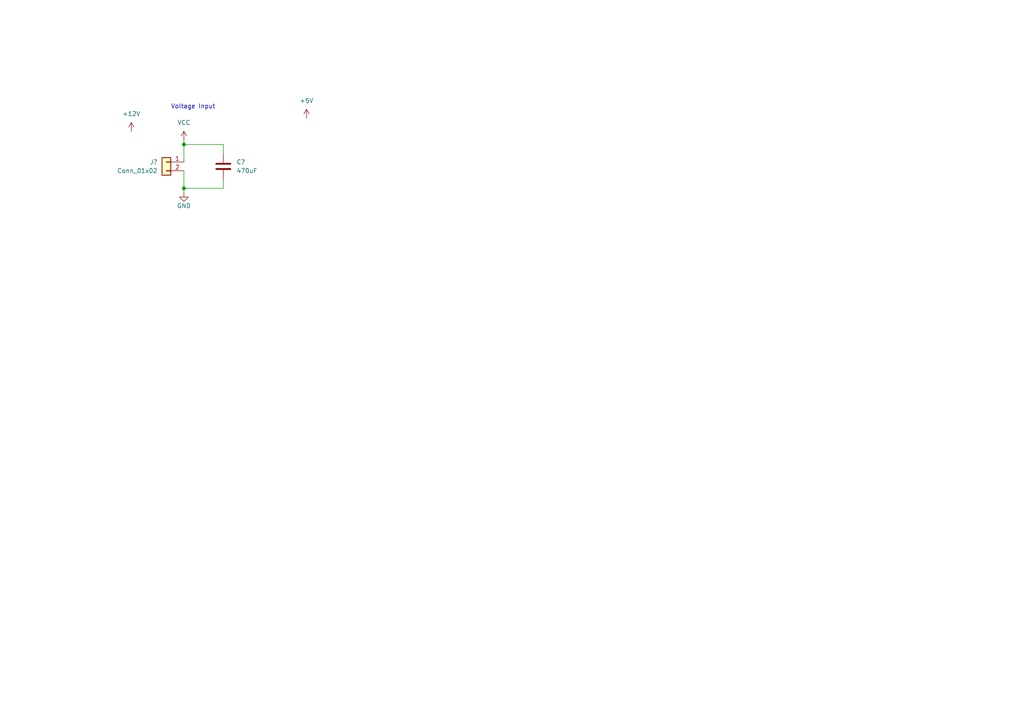
<source format=kicad_sch>
(kicad_sch (version 20211123) (generator eeschema)
  (paper "A4")
  (lib_symbols
    (symbol "Connector_Generic:Conn_01x02" (pin_names (offset 1.016) hide)
      (property "Reference" "J" (at 0 2.54 0))
      (property "Value" "Conn_01x02" (at 0 -5.08 0))
      (symbol "Conn_01x02_1_1"
        (rectangle (start -1.27 -2.413) (end 0 -2.667) (stroke (width 0.1524)))
        (rectangle (start -1.27 0.127) (end 0 -0.127) (stroke (width 0.1524)))
        (rectangle (start -1.27 1.27) (end 1.27 -3.81) (stroke (width 0.254)) (fill (type background)))
        (pin passive line (at -5.08 0 0) (length 3.81) (name "Pin_1") (number "1"))
        (pin passive line (at -5.08 -2.54 0) (length 3.81) (name "Pin_2") (number "2"))
      )
    )
    (symbol "Device:C" (pin_numbers hide) (pin_names (offset 0.254))
      (property "Reference" "C" (at 0.635 2.54 0))
      (property "Value" "C" (at 0.635 -2.54 0))
      (symbol "C_0_1"
        (polyline (pts (xy -2.032 -0.762) (xy 2.032 -0.762)) (stroke (width 0.508)))
        (polyline (pts (xy -2.032 0.762) (xy 2.032 0.762)) (stroke (width 0.508)))
      )
      (symbol "C_1_1"
        (pin passive line (at 0 3.81 270) (length 2.794) (name "~") (number "1"))
        (pin passive line (at 0 -3.81 90) (length 2.794) (name "~") (number "2"))
      )
    )
    (symbol "GND_4" (power) (pin_names (offset 0))
      (property "Value" "GND_4" (at 0 -3.81 0))
      (symbol "GND_4_0_1"
        (polyline (pts (xy 0 0) (xy 0 -1.27) (xy 1.27 -1.27) (xy 0 -2.54) (xy -1.27 -1.27) (xy 0 -1.27)))
      )
      (symbol "GND_4_1_1"
        (pin power_in line (at 0 0 270) (length 0) hide (name "GND") (number "1"))
      )
    )
    (symbol "VCC_9" (power) (pin_names (offset 0))
      (property "Value" "VCC_9" (at 0 3.81 0))
      (symbol "VCC_9_0_1"
        (polyline (pts (xy -0.762 1.27) (xy 0 2.54)))
        (polyline (pts (xy 0 0) (xy 0 2.54)))
        (polyline (pts (xy 0 2.54) (xy 0.762 1.27)))
      )
      (symbol "VCC_9_1_1"
        (pin power_in line (at 0 0 90) (length 0) hide (name "VCC") (number "1"))
      )
    )
    (symbol "power:+12V" (power) (pin_names (offset 0))
      (property "Value" "+12V" (at 0 3.556 0))
      (symbol "+12V_0_1"
        (polyline (pts (xy -0.762 1.27) (xy 0 2.54)))
        (polyline (pts (xy 0 0) (xy 0 2.54)))
        (polyline (pts (xy 0 2.54) (xy 0.762 1.27)))
      )
      (symbol "+12V_1_1"
        (pin power_in line (at 0 0 90) (length 0) hide (name "+12V") (number "1"))
      )
    )
    (symbol "power:+5V" (power) (pin_names (offset 0))
      (property "Value" "+5V" (at 0 3.556 0))
      (symbol "+5V_0_1"
        (polyline (pts (xy -0.762 1.27) (xy 0 2.54)))
        (polyline (pts (xy 0 0) (xy 0 2.54)))
        (polyline (pts (xy 0 2.54) (xy 0.762 1.27)))
      )
      (symbol "+5V_1_1"
        (pin power_in line (at 0 0 90) (length 0) hide (name "+5V") (number "1"))
      )
    )
  )
  (junction (at 53.34 41.91))
  (junction (at 53.34 54.61))
  (wire (pts (xy 53.34 41.91) (xy 64.77 41.91)))
  (wire (pts (xy 53.34 54.61) (xy 53.34 55.88)))
  (wire (pts (xy 64.77 54.61) (xy 53.34 54.61)))
  (wire (pts (xy 64.77 52.07) (xy 64.77 54.61)))
  (wire (pts (xy 53.34 40.64) (xy 53.34 41.91)))
  (wire (pts (xy 53.34 41.91) (xy 53.34 46.99)))
  (wire (pts (xy 53.34 49.53) (xy 53.34 54.61)))
  (wire (pts (xy 64.77 41.91) (xy 64.77 44.45)))
  (text "Voltage Input" (at 49.53 31.75 0) (effects (font (size 1.27 1.27)) (justify left bottom)))
  (symbol (lib_id "Connector_Generic:Conn_01x02") (at 48.26 46.99 0) (mirror y) (unit 1)
    (property "Reference" "J?" (at 45.72 46.9899 0) (effects (justify left)))
    (property "Value" "Conn_01x02" (at 45.72 49.5299 0) (effects (justify left)))
    (property "Footprint" "Connector_Phoenix_MC:PhoenixContact_MCV_1,5_2-G-3.5_1x02_P3.50mm_Vertical" (effects hide))
  )
  (symbol (lib_name "GND_4") (lib_id "power:GND") (at 53.34 55.88 0) (mirror y) (unit 1)
    (property "Reference" "#PWR?" (effects hide))
    (property "Value" "GND" (at 53.34 59.69 0))
  )
  (symbol (lib_name "VCC_9") (lib_id "power:VCC") (at 53.34 40.64 0) (mirror y) (unit 1)
    (property "Reference" "#PWR?" (effects hide))
    (property "Value" "VCC" (at 53.34 35.56 0))
  )
  (symbol (lib_id "Device:C") (at 64.77 48.26 0) (unit 1)
    (property "Reference" "C?" (at 68.58 46.9899 0) (effects (justify left)))
    (property "Value" "470uF" (at 68.58 49.5299 0) (effects (justify left)))
    (property "Footprint" "Capacitor_THT:CP_Radial_D10.0mm_P5.00mm" (effects hide))
  )
  (symbol (lib_id "power:+5V") (at 88.9 34.29 0) (unit 1)
    (property "Reference" "#PWR?" (effects hide))
    (property "Value" "+5V" (at 88.9 29.21 0))
  )
  (symbol (lib_id "power:+12V") (at 38.1 38.1 0) (unit 1)
    (property "Reference" "#PWR?" (effects hide))
    (property "Value" "+12V" (at 38.1 33.02 0))
  )
)
</source>
